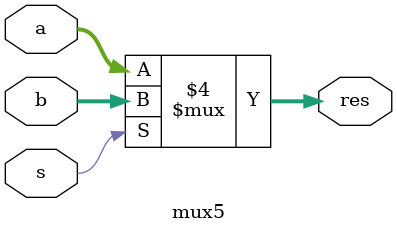
<source format=v>

module mux5(input [4:0] a,b,input s,output reg[4:0] res);

always @(a or b or s)begin 

	res = 0;
	if (s == 0)
		res = a;
	else
	    res = b;
end

endmodule
		
</source>
